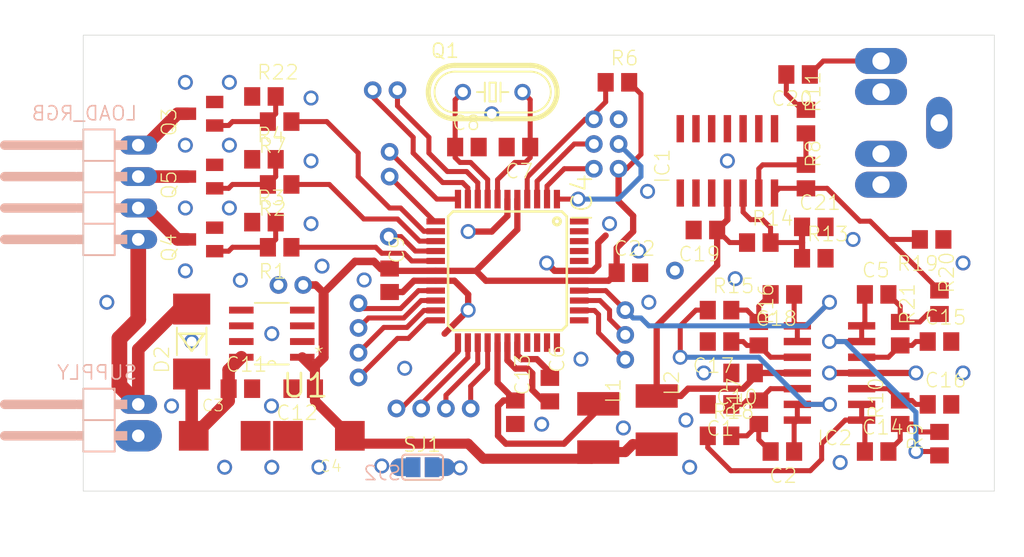
<source format=kicad_pcb>
(kicad_pcb (version 20211014) (generator pcbnew)
  (layers (0 "F.Cu" signal) (31 "B.Cu" signal) (34 "B.Paste" user) (35 "F.Paste" user) (36 "B.SilkS" user "B.Silkscreen") (37 "F.SilkS" user "F.Silkscreen") (38 "B.Mask" user) (39 "F.Mask" user) (44 "Edge.Cuts" user))
  (net 0 "")
  (net 1 "GND")
  (net 2 "+5V")
  (net 3 "PWM_LED_R")
  (net 4 "N$6")
  (net 5 "N$2")
  (net 6 "N$3")
  (net 7 "PWM_LED_B")
  (net 8 "RXD")
  (net 9 "TXD")
  (net 10 "PWM_LED_G")
  (net 11 "XTAL1")
  (net 12 "XTAL2")
  (net 13 "N$5")
  (net 14 "N$9")
  (net 15 "R-")
  (net 16 "G-")
  (net 17 "B-")
  (net 18 "VCC_IN")
  (net 19 "N$4")
  (net 20 "RESET")
  (net 21 "AGND")
  (net 22 "ADC0")
  (net 23 "AREF")
  (net 24 "AVCC")
  (net 25 "N$13")
  (net 26 "N$12")
  (net 27 "N$19")
  (net 28 "N$15")
  (net 29 "N$16")
  (net 30 "N$17")
  (net 31 "N$8")
  (net 32 "N$20")
  (net 33 "N$7")
  (net 34 "N$11")
  (net 35 "N$21")
  (net 36 "N$14")
  (net 37 "N$18")
  (net 38 "N$22")
  (net 39 "N$23")
  (net 40 "N$1")
  (net 41 "N$24")
  (net 42 "N$10")
  (net 43 "PD3")
  (net 44 "PD2")
  (net 45 "N$29")
  (net 46 "N$30")
  (net 47 "N$33")
  (net 48 "N$34")
  (net 49 "N$25")
  (net 50 "N$26")
  (net 51 "N$27")
  (net 52 "N$28")
  (net 53 "ADC3")
  (net 54 "ADC4")
  (net 55 "N$35")
  (net 56 "ADC1")
  (net 57 "ADC2")
  (footprint "LedController2:R0805" (layer "F.Cu") (at 166.2861 110.7058 -90)
    (fp_text reference "R16")
    (fp_text value "412")
  )
  (footprint "LedController2:R0805" (layer "F.Cu") (at 177.7161 110.7058 -90)
    (fp_text reference "R21")
    (fp_text value "43.2k")
  )
  (footprint "LedController2:C0805" (layer "F.Cu") (at 163.1111 111.3408 180)
    (fp_text reference "C17")
    (fp_text value "2.2n")
  )
  (footprint "LedController2:C0805" (layer "F.Cu") (at 136.4411 106.3878 -90)
    (fp_text reference "C9")
    (fp_text value "100n")
  )
  (footprint "LedController2:R0805" (layer "F.Cu") (at 163.1111 108.8008)
    (fp_text reference "R15")
    (fp_text value "301")
  )
  (footprint "LedController2:1X4" (layer "F.Cu") (at 142.9943 116.751 180)
    (fp_text reference "U$2" hide)
    (fp_text value "1X4" hide)
  )
  (footprint "LedController2:HC49_S" (layer "F.Cu") (at 144.7723 91.1732)
    (fp_text reference "Q1")
    (fp_text value "14.7456M-HC49-S")
  )
  (footprint "LedController2:C0805" (layer "F.Cu") (at 129.4561 115.1508 180)
    (fp_text reference "C12")
    (fp_text value "100n")
  )
  (footprint "" (layer "F.Cu") (at 160.5711 89.1158)
    (fp_text reference "@HOLE1" hide)
    (fp_text value "")
  )
  (footprint "LedController2:C0805" (layer "F.Cu") (at 165.0161 113.8808 180)
    (fp_text reference "C10")
    (fp_text value "100n")
  )
  (footprint "LedController2:R0805" (layer "F.Cu") (at 180.8911 119.5958 90)
    (fp_text reference "R9")
    (fp_text value "2.74k")
  )
  (footprint "LedController2:SO14" (layer "F.Cu") (at 163.7461 96.7358)
    (fp_text reference "IC1")
    (fp_text value "LM324D")
  )
  (footprint "LedController2:R0805" (layer "F.Cu") (at 170.0961 93.5608 -90)
    (fp_text reference "R11")
    (fp_text value "10k")
  )
  (footprint "LedController2:1X2" (layer "F.Cu") (at 129.4561 106.7688 180)
    (fp_text reference "INNER_SUPPLY" hide)
    (fp_text value "1X2" hide)
  )
  (footprint "LedController2:C0805" (layer "F.Cu") (at 142.6895 95.6182)
    (fp_text reference "C8")
    (fp_text value "15p")
  )
  (footprint "LedController2:L1812" (layer "F.Cu") (at 158.0311 117.6908 -90)
    (fp_text reference "L2")
    (fp_text value "10u")
  )
  (footprint "LedController2:R0805" (layer "F.Cu") (at 170.0961 98.0058 -90)
    (fp_text reference "R8")
    (fp_text value "100k")
  )
  (footprint "LedController2:R0805" (layer "F.Cu") (at 154.8561 90.3858)
    (fp_text reference "R6")
    (fp_text value "10k")
  )
  (footprint "LedController2:C0805" (layer "F.Cu") (at 149.3951 115.227 -90)
    (fp_text reference "C6")
    (fp_text value "100n")
  )
  (footprint "LedController2:R0805" (layer "F.Cu") (at 127.5511 103.7208 180)
    (fp_text reference "R1")
    (fp_text value "0")
  )
  (footprint "LedController2:R0805" (layer "F.Cu") (at 126.2811 96.6088)
    (fp_text reference "R4")
    (fp_text value "28k")
  )
  (footprint "LedController2:SMC_C" (layer "F.Cu") (at 123.1061 118.9608)
    (fp_text reference "C3")
    (fp_text value "10u")
  )
  (footprint "LedController2:R0805" (layer "F.Cu") (at 127.5511 98.6408 180)
    (fp_text reference "R2")
    (fp_text value "0")
  )
  (footprint "LedController2:R0805" (layer "F.Cu") (at 127.5511 93.5608 180)
    (fp_text reference "R7")
    (fp_text value "0")
  )
  (footprint "LedController2:C0805" (layer "F.Cu") (at 180.8911 116.4208)
    (fp_text reference "C16")
    (fp_text value "2.2n")
  )
  (footprint "LedController2:SO14" (layer "F.Cu") (at 172.0011 113.8808 90)
    (fp_text reference "IC2")
    (fp_text value "LM324D")
  )
  (footprint "LedController2:C0805" (layer "F.Cu") (at 169.4611 89.7508 180)
    (fp_text reference "C20")
    (fp_text value "10u")
  )
  (footprint "LedController2:R0805" (layer "F.Cu") (at 163.1111 118.9608)
    (fp_text reference "R18")
    (fp_text value "909")
  )
  (footprint "LedController2:C0805" (layer "F.Cu") (at 180.8911 111.3408)
    (fp_text reference "C15")
    (fp_text value "2.2n")
  )
  (footprint "LedController2:C0805" (layer "F.Cu") (at 175.8111 107.5308)
    (fp_text reference "C5")
    (fp_text value "10n")
  )
  (footprint "LedController2:C0805" (layer "F.Cu") (at 155.7451 105.7782)
    (fp_text reference "C22")
    (fp_text value "100n")
  )
  (footprint "LedController2:C0805" (layer "F.Cu") (at 146.8551 95.6182 180)
    (fp_text reference "C7")
    (fp_text value "15p")
  )
  (footprint "LedController2:R0805" (layer "F.Cu") (at 177.7161 117.0558 90)
    (fp_text reference "R10")
    (fp_text value "6.49k")
  )
  (footprint "LedController2:R0805" (layer "F.Cu") (at 180.2561 103.0858 180)
    (fp_text reference "R19")
    (fp_text value "6.49k")
  )
  (footprint "LedController2:C0805" (layer "F.Cu") (at 146.6011 117.0558 -90)
    (fp_text reference "C13")
    (fp_text value "100n")
  )
  (footprint "LedController2:1X1" (layer "F.Cu") (at 159.5043 105.6004)
    (fp_text reference "AUDIO_GND" hide)
    (fp_text value "1X1" hide)
  )
  (footprint "LedController2:C0805" (layer "F.Cu") (at 175.8111 120.2308)
    (fp_text reference "C14")
    (fp_text value "100n")
  )
  (footprint "LedController2:SJ" (layer "F.Cu") (at 139.1081 121.5008)
    (fp_text reference "SJ1")
    (fp_text value "")
  )
  (footprint "LedController2:C0805" (layer "F.Cu") (at 124.3761 115.1508)
    (fp_text reference "C11")
    (fp_text value "100n")
  )
  (footprint "LedController2:R0805" (layer "F.Cu") (at 170.7311 104.6098)
    (fp_text reference "R13")
    (fp_text value "100k")
  )
  (footprint "LedController2:SMC_C" (layer "F.Cu") (at 130.7261 118.9608 180)
    (fp_text reference "C4")
    (fp_text value "10u")
  )
  (footprint "LedController2:R0805" (layer "F.Cu") (at 126.2811 91.5288)
    (fp_text reference "R22")
    (fp_text value "28k")
  )
  (footprint "LedController2:1X3" (layer "F.Cu") (at 155.4911 108.8008 -90)
    (fp_text reference "AUDIO" hide)
    (fp_text value "1X3" hide)
  )
  (footprint "LedController2:1X2" (layer "F.Cu") (at 137.0761 91.0208 180)
    (fp_text reference "SERIAL" hide)
    (fp_text value "1X2" hide)
  )
  (footprint "LedController2:1X2" (layer "F.Cu") (at 136.4411 98.0058 90)
    (fp_text reference "SERIAL1" hide)
    (fp_text value "1X2" hide)
  )
  (footprint "LedController2:JACK35" (layer "F.Cu") (at 176.1667 93.6624 180)
    (fp_text reference "U$6" hide)
    (fp_text value "JACK35" hide)
  )
  (footprint "LedController2:SOT23" (layer "F.Cu") (at 121.2011 98.0058 90)
    (fp_text reference "Q5")
    (fp_text value "IRLML6344")
  )
  (footprint "" (layer "F.Cu") (at 114.2161 89.1158)
    (fp_text reference "@HOLE0" hide)
    (fp_text value "")
  )
  (footprint "LedController2:SOIC127P600X175-8N" (layer "F.Cu") (at 126.9161 110.7058 180)
    (fp_text reference "U1")
    (fp_text value "L78L05ABD")
  )
  (footprint "LedController2:R0805" (layer "F.Cu") (at 166.2861 117.0558 90)
    (fp_text reference "R17")
    (fp_text value "1.91k")
  )
  (footprint "LedController2:MELF-MLL41" (layer "F.Cu") (at 120.4391 111.3408 90)
    (fp_text reference "D2")
    (fp_text value "SM4004")
  )
  (footprint "LedController2:C0805" (layer "F.Cu") (at 168.1911 107.5308 180)
    (fp_text reference "C18")
    (fp_text value "4.7u")
  )
  (footprint "LedController2:C0805" (layer "F.Cu") (at 170.7311 102.0698)
    (fp_text reference "C21")
    (fp_text value "10u")
  )
  (footprint "LedController2:L1812" (layer "F.Cu") (at 153.3067 118.3258 -90)
    (fp_text reference "L1")
    (fp_text value "10u")
  )
  (footprint "LedController2:SOT23" (layer "F.Cu") (at 121.2011 103.0858 90)
    (fp_text reference "Q4")
    (fp_text value "IRLML6344")
  )
  (footprint "LedController2:C0805" (layer "F.Cu") (at 163.1111 116.4208 180)
    (fp_text reference "C1")
    (fp_text value "2.2n")
  )
  (footprint "LedController2:1X1" (layer "F.Cu") (at 136.3649 102.8572)
    (fp_text reference "U$4" hide)
    (fp_text value "1X1" hide)
  )
  (footprint "LedController2:R0805" (layer "F.Cu") (at 126.2811 101.6888)
    (fp_text reference "R3")
    (fp_text value "28k")
  )
  (footprint "LedController2:R0805" (layer "F.Cu") (at 166.2861 103.3398)
    (fp_text reference "R14")
    (fp_text value "100k")
  )
  (footprint "LedController2:SOT23" (layer "F.Cu") (at 121.2011 92.9258 90)
    (fp_text reference "Q3")
    (fp_text value "IRLML6344")
  )
  (footprint "LedController2:1X4" (layer "F.Cu") (at 133.9265 108.242 -90)
    (fp_text reference "U$1" hide)
    (fp_text value "1X4" hide)
  )
  (footprint "LedController2:C0805" (layer "F.Cu") (at 161.9681 102.3238 180)
    (fp_text reference "C19")
    (fp_text value "100n")
  )
  (footprint "LedController2:R0805" (layer "F.Cu") (at 180.8911 108.1658 -90)
    (fp_text reference "R20")
    (fp_text value "26.1k")
  )
  (footprint "LedController2:C0805" (layer "F.Cu") (at 168.1911 120.2308 180)
    (fp_text reference "C2")
    (fp_text value "0.47u")
  )
  (footprint "LedController2:TQFP44" (layer "F.Cu") (at 145.9661 105.6258 -90)
    (fp_text reference "IC4")
    (fp_text value "MEGA32-A")
  )
  (footprint "LedController2:1X02_90" (layer "B.Cu") (at 112.3111 117.6908 -90)
    (fp_text reference "SUPPLY")
    (fp_text value "")
  )
  (footprint "LedController2:2X3" (layer "B.Cu") (at 152.9511 97.3708 90)
    (fp_text reference "U$5" hide)
    (fp_text value "2X3" hide)
  )
  (footprint "LedController2:1X04_90" (layer "B.Cu") (at 112.3111 99.2758 -90)
    (fp_text reference "LOAD_RGB")
    (fp_text value "")
  )
  (footprint "LedController2:SJ" (layer "B.Cu") (at 139.1081 121.5008)
    (fp_text reference "SJ2")
    (fp_text value "")
  )
  (gr_line (start 111.6761 123.4314) (end 185.3261 123.4314) (layer "Edge.Cuts") (width 0.05))
  (gr_line (start 185.3261 86.5758) (end 111.6761 86.5758) (layer "Edge.Cuts") (width 0.05))
  (gr_line (start 185.3261 123.4314) (end 185.3261 86.5758) (layer "Edge.Cuts") (width 0.05))
  (gr_line (start 111.6761 86.5758) (end 111.6761 123.4314) (layer "Edge.Cuts") (width 0.05))
  (segment (start 138.4097 106.4258) (end 137.4977 107.3378) (width 0.508) (layer "F.Cu") (net 1))
  (segment (start 153.9011 102.7708) (end 153.3067 103.3652) (width 0.508) (layer "F.Cu") (net 1))
  (segment (start 145.9661 99.8258) (end 145.9661 101.1808) (width 0.508) (layer "F.Cu") (net 1))
  (segment (start 151.7661 105.6258) (end 152.8749 105.6258) (width 0.508) (layer "F.Cu") (net 1))
  (segment (start 115.4861 118.9608) (end 116.7561 118.9608) (width 2.54) (layer "F.Cu") (net 1))
  (segment (start 152.8749 105.6258) (end 153.3067 105.194) (width 0.508) (layer "F.Cu") (net 1))
  (segment (start 144.6961 102.4508) (end 142.7911 102.4508) (width 0.508) (layer "F.Cu") (net 1))
  (segment (start 142.7911 108.8008) (end 142.7911 107.5308) (width 0.508) (layer "F.Cu") (net 1))
  (segment (start 140.1661 106.4258) (end 138.4097 106.4258) (width 0.508) (layer "F.Cu") (net 1))
  (segment (start 153.3067 105.194) (end 153.3067 103.3652) (width 0.508) (layer "F.Cu") (net 1))
  (segment (start 142.7911 108.8008) (end 140.8861 110.7058) (width 0.508) (layer "F.Cu") (net 1))
  (segment (start 149.7761 105.6258) (end 149.1411 104.9908) (width 0.508) (layer "F.Cu") (net 1))
  (segment (start 145.9661 101.1808) (end 144.6961 102.4508) (width 0.508) (layer "F.Cu") (net 1))
  (segment (start 140.1661 106.4258) (end 141.6861 106.4258) (width 0.508) (layer "F.Cu") (net 1))
  (segment (start 136.4411 107.3378) (end 137.4977 107.3378) (width 0.508) (layer "F.Cu") (net 1))
  (segment (start 137.2031 121.5008) (end 137.9651 121.5008) (width 1.4224) (layer "F.Cu") (net 1))
  (segment (start 142.7911 107.5308) (end 141.6861 106.4258) (width 0.508) (layer "F.Cu") (net 1))
  (segment (start 151.7661 105.6258) (end 149.7761 105.6258) (width 0.508) (layer "F.Cu") (net 1))
  (via (at 119.9311 100.5458) (size 1.2064) (drill 0.8) (layers "F.Cu" "B.Cu") (net 1))
  (via (at 124.3761 106.3878) (size 1.2064) (drill 0.8) (layers "F.Cu" "B.Cu") (net 1))
  (via (at 123.4871 95.4658) (size 1.2064) (drill 0.8) (layers "F.Cu" "B.Cu") (net 1))
  (via (at 113.5811 108.1658) (size 1.2064) (drill 0.8) (layers "F.Cu" "B.Cu") (net 1))
  (via (at 118.8135 116.5478) (size 1.2064) (drill 0.8) (layers "F.Cu" "B.Cu") (net 1))
  (via (at 119.9311 105.6258) (size 1.2064) (drill 0.8) (layers "F.Cu" "B.Cu") (net 1))
  (via (at 126.9161 110.7058) (size 1.2064) (drill 0.8) (layers "F.Cu" "B.Cu") (net 1))
  (via (at 130.0911 91.6558) (size 1.2064) (drill 0.8) (layers "F.Cu" "B.Cu") (net 1))
  (via (at 130.9801 105.2448) (size 1.2064) (drill 0.8) (layers "F.Cu" "B.Cu") (net 1))
  (via (at 149.1411 104.9908) (size 1.2064) (drill 0.8) (layers "F.Cu" "B.Cu") (net 1))
  (via (at 130.0911 96.7358) (size 1.2064) (drill 0.8) (layers "F.Cu" "B.Cu") (net 1))
  (via (at 142.7911 108.8008) (size 1.2064) (drill 0.8) (layers "F.Cu" "B.Cu") (net 1))
  (via (at 142.7911 102.4508) (size 1.2064) (drill 0.8) (layers "F.Cu" "B.Cu") (net 1))
  (via (at 119.9311 95.4658) (size 1.2064) (drill 0.8) (layers "F.Cu" "B.Cu") (net 1))
  (via (at 137.6603 113.4998) (size 1.2064) (drill 0.8) (layers "F.Cu" "B.Cu") (net 1))
  (via (at 120.4391 111.3408) (size 1.2064) (drill 0.8) (layers "F.Cu" "B.Cu") (net 1))
  (via (at 130.7261 121.5008) (size 1.2064) (drill 0.8) (layers "F.Cu" "B.Cu") (net 1))
  (via (at 123.1061 121.5008) (size 1.2064) (drill 0.8) (layers "F.Cu" "B.Cu") (net 1))
  (via (at 154.2211 101.8158) (size 1.2064) (drill 0.8) (layers "F.Cu" "B.Cu") (net 1))
  (via (at 126.9161 121.5008) (size 1.2064) (drill 0.8) (layers "F.Cu" "B.Cu") (net 1))
  (via (at 126.8907 116.5478) (size 1.2064) (drill 0.8) (layers "F.Cu" "B.Cu") (net 1))
  (via (at 156.5833 104.0256) (size 1.2064) (drill 0.8) (layers "F.Cu" "B.Cu") (net 1))
  (via (at 157.2945 99.1996) (size 1.2064) (drill 0.8) (layers "F.Cu" "B.Cu") (net 1))
  (via (at 123.4871 100.5458) (size 1.2064) (drill 0.8) (layers "F.Cu" "B.Cu") (net 1))
  (via (at 134.3837 106.3624) (size 1.2064) (drill 0.8) (layers "F.Cu" "B.Cu") (net 1))
  (via (at 135.8061 121.3992) (size 1.2064) (drill 0.8) (layers "F.Cu" "B.Cu") (net 1))
  (via (at 119.9311 90.3858) (size 1.2064) (drill 0.8) (layers "F.Cu" "B.Cu") (net 1))
  (via (at 130.0911 101.8158) (size 1.2064) (drill 0.8) (layers "F.Cu" "B.Cu") (net 1))
  (via (at 123.4871 90.3858) (size 1.2064) (drill 0.8) (layers "F.Cu" "B.Cu") (net 1))
  (via (at 144.6961 92.9258) (size 1.2064) (drill 0.8) (layers "F.Cu" "B.Cu") (net 1))
  (segment (start 137.2031 121.5008) (end 137.9651 121.5008) (width 1.4224) (layer "B.Cu") (net 1))
  (segment (start 115.4861 118.9608) (end 116.7561 118.9608) (width 2.54) (layer "B.Cu") (net 1))
  (segment (start 130.4061 113.637) (end 130.4061 113.3118) (width 0.8128) (layer "F.Cu") (net 2))
  (segment (start 143.4261 105.6258) (end 146.7661 102.2858) (width 0.508) (layer "F.Cu") (net 2))
  (segment (start 154.9511 100.0058) (end 156.1261 101.1808) (width 0.508) (layer "F.Cu") (net 2))
  (segment (start 156.7611 91.3408) (end 155.8061 90.3858) (width 0.4064) (layer "F.Cu") (net 2))
  (segment (start 130.4061 113.637) (end 129.3799 112.6108) (width 0.8128) (layer "F.Cu") (net 2))
  (segment (start 155.5955 97.3708) (end 156.7611 96.2052) (width 0.4064) (layer "F.Cu") (net 2))
  (segment (start 154.1475 106.4258) (end 154.7951 105.7782) (width 0.508) (layer "F.Cu") (net 2))
  (segment (start 133.6471 104.8638) (end 135.1711 104.8638) (width 0.6096) (layer "F.Cu") (net 2))
  (segment (start 144.2261 106.4258) (end 143.4261 105.6258) (width 0.508) (layer "F.Cu") (net 2))
  (segment (start 131.1071 107.4038) (end 133.6471 104.8638) (width 0.6096) (layer "F.Cu") (net 2))
  (segment (start 130.4061 115.1508) (end 130.4061 116.1408) (width 0.8128) (layer "F.Cu") (net 2))
  (segment (start 130.4061 113.3118) (end 131.1071 112.6108) (width 0.8128) (layer "F.Cu") (net 2))
  (segment (start 151.7661 106.4258) (end 154.1475 106.4258) (width 0.508) (layer "F.Cu") (net 2))
  (segment (start 155.4911 120.2758) (end 156.1261 119.6408) (width 0.8128) (layer "F.Cu") (net 2))
  (segment (start 136.4411 105.4378) (end 135.7451 105.4378) (width 0.6096) (layer "F.Cu") (net 2))
  (segment (start 130.4061 115.1508) (end 130.4061 113.637) (width 0.8128) (layer "F.Cu") (net 2))
  (segment (start 154.7951 105.7782) (end 154.7951 103.7818) (width 0.508) (layer "F.Cu") (net 2))
  (segment (start 158.0311 119.6408) (end 156.1261 119.6408) (width 0.8128) (layer "F.Cu") (net 2))
  (segment (start 136.4411 105.4378) (end 136.1261 105.4378) (width 0.6096) (layer "F.Cu") (net 2))
  (segment (start 136.6291 105.6258) (end 136.4411 105.4378) (width 0.508) (layer "F.Cu") (net 2))
  (segment (start 154.9511 97.3708) (end 155.5955 97.3708) (width 0.4064) (layer "F.Cu") (net 2))
  (segment (start 129.4561 106.7688) (end 130.4721 106.7688) (width 0.6096) (layer "F.Cu") (net 2))
  (segment (start 144.0103 120.815) (end 142.7911 119.5958) (width 0.8128) (layer "F.Cu") (net 2))
  (segment (start 156.7611 91.3408) (end 156.7611 96.2052) (width 0.4064) (layer "F.Cu") (net 2))
  (segment (start 156.1261 119.6408) (end 156.0811 119.6408) (width 0.8128) (layer "F.Cu") (net 2))
  (segment (start 142.7911 119.5958) (end 133.8611 119.5958) (width 0.8128) (layer "F.Cu") (net 2))
  (segment (start 140.1661 105.6258) (end 143.4261 105.6258) (width 0.508) (layer "F.Cu") (net 2))
  (segment (start 146.7661 99.8258) (end 146.7661 102.2858) (width 0.508) (layer "F.Cu") (net 2))
  (segment (start 151.7661 106.4258) (end 144.2261 106.4258) (width 0.508) (layer "F.Cu") (net 2))
  (segment (start 152.7675 120.815) (end 153.3067 120.2758) (width 0.8128) (layer "F.Cu") (net 2))
  (segment (start 156.1261 101.1808) (end 156.1261 102.4508) (width 0.508) (layer "F.Cu") (net 2))
  (segment (start 131.1071 107.5308) (end 131.1071 107.4038) (width 0.6096) (layer "F.Cu") (net 2))
  (segment (start 156.0811 119.6408) (end 155.4911 120.2308) (width 0.8128) (layer "F.Cu") (net 2))
  (segment (start 154.9511 97.3708) (end 154.9511 100.0058) (width 0.508) (layer "F.Cu") (net 2))
  (segment (start 144.0103 120.815) (end 152.7675 120.815) (width 0.8128) (layer "F.Cu") (net 2))
  (segment (start 140.1661 105.6258) (end 136.6291 105.6258) (width 0.508) (layer "F.Cu") (net 2))
  (segment (start 130.4721 106.7688) (end 131.1071 107.4038) (width 0.6096) (layer "F.Cu") (net 2))
  (segment (start 133.8611 119.5958) (end 133.2261 118.9608) (width 0.8128) (layer "F.Cu") (net 2))
  (segment (start 153.3067 120.2758) (end 155.4911 120.2758) (width 0.8128) (layer "F.Cu") (net 2))
  (segment (start 135.1711 104.8638) (end 135.7451 105.4378) (width 0.6096) (layer "F.Cu") (net 2))
  (segment (start 130.4061 116.1408) (end 133.2261 118.9608) (width 0.8128) (layer "F.Cu") (net 2))
  (segment (start 156.1261 102.4508) (end 154.7951 103.7818) (width 0.508) (layer "F.Cu") (net 2))
  (segment (start 131.1071 112.6108) (end 131.1071 107.5308) (width 0.8128) (layer "F.Cu") (net 2))
  (segment (start 133.9011 98.0058) (end 133.9011 96.1008) (width 0.4064) (layer "F.Cu") (net 3))
  (segment (start 133.9011 96.1008) (end 131.3611 93.5608) (width 0.4064) (layer "F.Cu") (net 3))
  (segment (start 140.1661 102.4258) (end 139.2101 102.4258) (width 0.4064) (layer "F.Cu") (net 3))
  (segment (start 137.3301 100.5458) (end 136.4411 100.5458) (width 0.4064) (layer "F.Cu") (net 3))
  (segment (start 131.3611 93.5608) (end 128.5011 93.5608) (width 0.4064) (layer "F.Cu") (net 3))
  (segment (start 136.4411 100.5458) (end 133.9011 98.0058) (width 0.4064) (layer "F.Cu") (net 3))
  (segment (start 139.2101 102.4258) (end 137.3301 100.5458) (width 0.4064) (layer "F.Cu") (net 3))
  (segment (start 120.4391 113.9658) (end 120.4391 118.7938) (width 1.016) (layer "F.Cu") (net 4))
  (segment (start 123.4261 115.1508) (end 123.4261 116.1408) (width 1.016) (layer "F.Cu") (net 4))
  (segment (start 120.4391 118.7938) (end 120.6061 118.9608) (width 0.8128) (layer "F.Cu") (net 4))
  (segment (start 123.4261 116.1408) (end 120.6061 118.9608) (width 1.016) (layer "F.Cu") (net 4))
  (segment (start 123.4261 115.1508) (end 123.4261 113.637) (width 1.016) (layer "F.Cu") (net 4))
  (segment (start 123.4261 113.637) (end 124.4523 112.6108) (width 1.016) (layer "F.Cu") (net 4))
  (segment (start 122.3011 93.8758) (end 123.4261 93.8758) (width 0.4064) (layer "F.Cu") (net 5))
  (segment (start 123.4261 93.8758) (end 123.7411 93.5608) (width 0.4064) (layer "F.Cu") (net 5))
  (segment (start 127.2311 92.9308) (end 126.6011 93.5608) (width 0.4064) (layer "F.Cu") (net 5))
  (segment (start 126.6011 93.5608) (end 123.7411 93.5608) (width 0.4064) (layer "F.Cu") (net 5))
  (segment (start 127.2311 91.5288) (end 127.2311 92.9308) (width 0.4064) (layer "F.Cu") (net 5))
  (segment (start 148.3661 99.8258) (end 148.3661 98.3744) (width 0.4064) (layer "F.Cu") (net 6))
  (segment (start 150.9953 95.7452) (end 150.5254 96.2151) (width 0.4064) (layer "F.Cu") (net 6))
  (segment (start 151.3697 95.3708) (end 150.9953 95.7452) (width 0.4064) (layer "F.Cu") (net 6))
  (segment (start 152.9511 95.3708) (end 151.3697 95.3708) (width 0.4064) (layer "F.Cu") (net 6))
  (segment (start 150.5254 96.2151) (end 148.3661 98.3744) (width 0.4064) (layer "F.Cu") (net 6))
  (segment (start 138.8671 103.2258) (end 137.0761 101.4348) (width 0.4064) (layer "F.Cu") (net 7))
  (segment (start 131.5643 98.6408) (end 128.5011 98.6408) (width 0.4064) (layer "F.Cu") (net 7))
  (segment (start 137.0761 101.4348) (end 134.3583 101.4348) (width 0.4064) (layer "F.Cu") (net 7))
  (segment (start 134.3583 101.4348) (end 131.5643 98.6408) (width 0.4064) (layer "F.Cu") (net 7))
  (segment (start 140.1661 103.2258) (end 138.8671 103.2258) (width 0.4064) (layer "F.Cu") (net 7))
  (segment (start 143.5661 98.5014) (end 142.6641 97.5994) (width 0.4064) (layer "F.Cu") (net 8))
  (segment (start 139.6161 94.8308) (end 139.6161 96.1008) (width 0.4064) (layer "F.Cu") (net 8))
  (segment (start 141.1147 97.5994) (end 139.6161 96.1008) (width 0.4064) (layer "F.Cu") (net 8))
  (segment (start 142.6641 97.5994) (end 141.1147 97.5994) (width 0.4064) (layer "F.Cu") (net 8))
  (segment (start 137.0761 92.2908) (end 139.6161 94.8308) (width 0.4064) (layer "F.Cu") (net 8))
  (segment (start 143.5661 99.8258) (end 143.5661 98.5014) (width 0.4064) (layer "F.Cu") (net 8))
  (segment (start 137.0761 91.0208) (end 137.0761 92.2908) (width 0.4064) (layer "F.Cu") (net 8))
  (segment (start 135.1711 91.6558) (end 135.1711 91.1158) (width 0.4064) (layer "F.Cu") (net 9))
  (segment (start 135.1711 91.1158) (end 135.0761 91.0208) (width 0.4064) (layer "F.Cu") (net 9))
  (segment (start 142.7661 98.9206) (end 142.3339 98.4884) (width 0.4064) (layer "F.Cu") (net 9))
  (segment (start 142.7661 99.8258) (end 142.7661 98.9206) (width 0.4064) (layer "F.Cu") (net 9))
  (segment (start 138.3461 96.1008) (end 138.3461 94.8308) (width 0.4064) (layer "F.Cu") (net 9))
  (segment (start 142.3339 98.4884) (end 140.7337 98.4884) (width 0.4064) (layer "F.Cu") (net 9))
  (segment (start 140.7337 98.4884) (end 138.3461 96.1008) (width 0.4064) (layer "F.Cu") (net 9))
  (segment (start 138.3461 94.8308) (end 135.1711 91.6558) (width 0.4064) (layer "F.Cu") (net 9))
  (segment (start 128.5011 103.7208) (end 135.3235 103.7208) (width 0.4064) (layer "F.Cu") (net 10))
  (segment (start 140.1661 104.8258) (end 138.2319 104.8258) (width 0.4064) (layer "F.Cu") (net 10))
  (segment (start 135.8061 104.2034) (end 135.3235 103.7208) (width 0.4064) (layer "F.Cu") (net 10))
  (segment (start 137.6095 104.2034) (end 135.8061 104.2034) (width 0.4064) (layer "F.Cu") (net 10))
  (segment (start 138.2319 104.8258) (end 137.6095 104.2034) (width 0.4064) (layer "F.Cu") (net 10))
  (segment (start 142.9841 96.8628) (end 144.3661 98.2448) (width 0.4064) (layer "F.Cu") (net 11))
  (segment (start 144.3661 99.8258) (end 144.3661 98.2448) (width 0.4064) (layer "F.Cu") (net 11))
  (segment (start 141.7395 96.4716) (end 142.1307 96.8628) (width 0.4064) (layer "F.Cu") (net 11))
  (segment (start 141.7395 95.6182) (end 141.7395 96.4716) (width 0.4064) (layer "F.Cu") (net 11))
  (segment (start 142.1307 96.8628) (end 142.9841 96.8628) (width 0.4064) (layer "F.Cu") (net 11))
  (segment (start 141.7395 91.793) (end 142.3593 91.1732) (width 0.4064) (layer "F.Cu") (net 11))
  (segment (start 141.7395 95.6182) (end 141.7395 91.793) (width 0.4064) (layer "F.Cu") (net 11))
  (segment (start 146.5605 96.8628) (end 145.1661 98.2572) (width 0.4064) (layer "F.Cu") (net 12))
  (segment (start 147.4139 96.8628) (end 146.5605 96.8628) (width 0.4064) (layer "F.Cu") (net 12))
  (segment (start 147.8051 91.793) (end 147.1853 91.1732) (width 0.4064) (layer "F.Cu") (net 12))
  (segment (start 147.8051 95.6182) (end 147.8051 91.793) (width 0.4064) (layer "F.Cu") (net 12))
  (segment (start 145.1661 99.8258) (end 145.1661 98.2572) (width 0.4064) (layer "F.Cu") (net 12))
  (segment (start 147.8051 95.6182) (end 147.8051 96.4716) (width 0.4064) (layer "F.Cu") (net 12))
  (segment (start 147.8051 96.4716) (end 147.4139 96.8628) (width 0.4064) (layer "F.Cu") (net 12))
  (segment (start 122.3011 104.0358) (end 123.4261 104.0358) (width 0.4064) (layer "F.Cu") (net 13))
  (segment (start 123.7411 103.7208) (end 126.6011 103.7208) (width 0.4064) (layer "F.Cu") (net 13))
  (segment (start 127.2311 103.0908) (end 126.6011 103.7208) (width 0.4064) (layer "F.Cu") (net 13))
  (segment (start 127.2311 101.6888) (end 127.2311 103.0908) (width 0.4064) (layer "F.Cu") (net 13))
  (segment (start 123.4261 104.0358) (end 123.7411 103.7208) (width 0.4064) (layer "F.Cu") (net 13))
  (segment (start 123.7411 98.6408) (end 126.6011 98.6408) (width 0.4064) (layer "F.Cu") (net 14))
  (segment (start 123.4261 98.9558) (end 123.7411 98.6408) (width 0.4064) (layer "F.Cu") (net 14))
  (segment (start 127.2311 96.6088) (end 127.2311 98.0108) (width 0.4064) (layer "F.Cu") (net 14))
  (segment (start 122.3011 98.9558) (end 123.4261 98.9558) (width 0.4064) (layer "F.Cu") (net 14))
  (segment (start 127.2311 98.0108) (end 126.6011 98.6408) (width 0.4064) (layer "F.Cu") (net 14))
  (segment (start 116.7561 95.4658) (end 116.1211 95.4658) (width 1.016) (layer "F.Cu") (net 15))
  (segment (start 119.2961 92.9258) (end 116.7561 95.4658) (width 1.016) (layer "F.Cu") (net 15))
  (segment (start 120.1011 92.9258) (end 119.2961 92.9258) (width 1.016) (layer "F.Cu") (net 15))
  (segment (start 120.1011 103.0858) (end 119.2961 103.0858) (width 1.016) (layer "F.Cu") (net 16))
  (segment (start 119.2961 103.0858) (end 116.7561 100.5458) (width 1.016) (layer "F.Cu") (net 16))
  (segment (start 116.7561 100.5458) (end 116.1211 100.5458) (width 1.016) (layer "F.Cu") (net 16))
  (segment (start 120.1011 98.0058) (end 116.1211 98.0058) (width 1.016) (layer "F.Cu") (net 17))
  (segment (start 114.5971 111.0868) (end 114.5971 114.8968) (width 1.27) (layer "F.Cu") (net 18))
  (segment (start 116.1211 109.5628) (end 114.5971 111.0868) (width 1.27) (layer "F.Cu") (net 18))
  (segment (start 120.4391 108.7158) (end 119.3811 108.7158) (width 1.016) (layer "F.Cu") (net 18))
  (segment (start 116.1211 111.9758) (end 116.1211 116.4208) (width 1.016) (layer "F.Cu") (net 18))
  (segment (start 119.3811 108.7158) (end 116.1211 111.9758) (width 1.016) (layer "F.Cu") (net 18))
  (segment (start 114.5971 114.8968) (end 116.1211 116.4208) (width 1.27) (layer "F.Cu") (net 18))
  (segment (start 116.1211 103.0858) (end 116.1211 109.5628) (width 1.27) (layer "F.Cu") (net 18))
  (segment (start 149.1661 98.7682) (end 150.5635 97.3708) (width 0.4064) (layer "F.Cu") (net 19))
  (segment (start 149.1661 99.8258) (end 149.1661 98.7682) (width 0.4064) (layer "F.Cu") (net 19))
  (segment (start 152.9511 97.3708) (end 150.5635 97.3708) (width 0.4064) (layer "F.Cu") (net 19))
  (segment (start 152.9511 93.3708) (end 152.2521 93.3708) (width 0.4064) (layer "F.Cu") (net 20))
  (segment (start 153.9061 90.3858) (end 153.9061 91.9708) (width 0.4064) (layer "F.Cu") (net 20))
  (segment (start 147.5661 99.8258) (end 147.5661 98.0568) (width 0.4064) (layer "F.Cu") (net 20))
  (segment (start 147.5661 98.0568) (end 152.2521 93.3708) (width 0.4064) (layer "F.Cu") (net 20))
  (segment (start 152.9511 92.9258) (end 153.9061 91.9708) (width 0.4064) (layer "F.Cu") (net 20))
  (segment (start 152.9511 93.3708) (end 152.9511 92.9258) (width 0.4064) (layer "F.Cu") (net 20))
  (segment (start 174.6011 113.8808) (end 178.9861 113.8808) (width 0.508) (layer "F.Cu") (net 21))
  (segment (start 145.9661 112.8648) (end 146.6265 113.5252) (width 0.508) (layer "F.Cu") (net 21))
  (segment (start 147.9727 113.9062) (end 147.9727 115.2524) (width 0.508) (layer "F.Cu") (net 21))
  (segment (start 149.3951 116.177) (end 148.8973 116.177) (width 0.508) (layer "F.Cu") (net 21))
  (segment (start 140.2511 121.5008) (end 141.0131 121.5008) (width 1.4224) (layer "F.Cu") (net 21))
  (segment (start 147.5917 113.5252) (end 147.9727 113.9062) (width 0.508) (layer "F.Cu") (net 21))
  (segment (start 146.6265 113.5252) (end 147.5917 113.5252) (width 0.508) (layer "F.Cu") (net 21))
  (segment (start 145.9661 111.4258) (end 145.9661 112.8648) (width 0.508) (layer "F.Cu") (net 21))
  (segment (start 147.9727 115.2524) (end 148.8973 116.177) (width 0.508) (layer "F.Cu") (net 21))
  (segment (start 172.0011 113.8808) (end 174.6011 113.8808) (width 0.508) (layer "F.Cu") (net 21))
  (via (at 160.6981 121.5008) (size 1.2064) (drill 0.8) (layers "F.Cu" "B.Cu") (net 21))
  (via (at 142.1307 121.5516) (size 1.2064) (drill 0.8) (layers "F.Cu" "B.Cu") (net 21))
  (via (at 164.3811 106.2608) (size 1.2064) (drill 0.8) (layers "F.Cu" "B.Cu") (net 21))
  (via (at 161.8411 113.8808) (size 1.2064) (drill 0.8) (layers "F.Cu" "B.Cu") (net 21))
  (via (at 173.9061 103.0858) (size 1.2064) (drill 0.8) (layers "F.Cu" "B.Cu") (net 21))
  (via (at 182.7961 104.9908) (size 1.2064) (drill 0.8) (layers "F.Cu" "B.Cu") (net 21))
  (via (at 155.3387 118.3258) (size 1.2064) (drill 0.8) (layers "F.Cu" "B.Cu") (net 21))
  (via (at 163.7461 96.7358) (size 1.2064) (drill 0.8) (layers "F.Cu" "B.Cu") (net 21))
  (via (at 172.8647 121.1198) (size 1.2064) (drill 0.8) (layers "F.Cu" "B.Cu") (net 21))
  (via (at 151.9097 112.7632) (size 1.2064) (drill 0.8) (layers "F.Cu" "B.Cu") (net 21))
  (via (at 157.3961 108.1658) (size 1.2064) (drill 0.8) (layers "F.Cu" "B.Cu") (net 21))
  (via (at 172.0011 113.8808) (size 1.2064) (drill 0.8) (layers "F.Cu" "B.Cu") (net 21))
  (via (at 160.3933 117.6908) (size 1.2064) (drill 0.8) (layers "F.Cu" "B.Cu") (net 21))
  (via (at 148.7347 118.021) (size 1.2064) (drill 0.8) (layers "F.Cu" "B.Cu") (net 21))
  (via (at 178.9861 113.8808) (size 1.2064) (drill 0.8) (layers "F.Cu" "B.Cu") (net 21))
  (via (at 182.7961 113.8808) (size 1.2064) (drill 0.8) (layers "F.Cu" "B.Cu") (net 21))
  (segment (start 140.2511 121.5008) (end 141.0131 121.5008) (width 1.4224) (layer "B.Cu") (net 21))
  (segment (start 170.0961 110.0708) (end 169.4011 110.0708) (width 0.4064) (layer "F.Cu") (net 22))
  (segment (start 151.7661 107.2258) (end 153.9161 107.2258) (width 0.4064) (layer "F.Cu") (net 22))
  (segment (start 169.1411 109.8108) (end 169.4011 110.0708) (width 0.4064) (layer "F.Cu") (net 22))
  (segment (start 172.0011 108.1658) (end 170.0961 110.0708) (width 0.4064) (layer "F.Cu") (net 22))
  (segment (start 169.1411 107.5308) (end 169.1411 109.8108) (width 0.4064) (layer "F.Cu") (net 22))
  (segment (start 153.9161 107.2258) (end 155.4911 108.8008) (width 0.4064) (layer "F.Cu") (net 22))
  (segment (start 169.4011 111.3408) (end 169.4011 110.0708) (width 0.4064) (layer "F.Cu") (net 22))
  (via (at 172.0011 108.1658) (size 1.2064) (drill 0.8) (layers "F.Cu" "B.Cu") (net 22))
  (segment (start 157.3961 110.0708) (end 170.0961 110.0708) (width 0.4064) (layer "B.Cu") (net 22))
  (segment (start 156.1261 109.4358) (end 156.7611 109.4358) (width 0.4064) (layer "B.Cu") (net 22))
  (segment (start 156.7611 109.4358) (end 157.3961 110.0708) (width 0.4064) (layer "B.Cu") (net 22))
  (segment (start 170.0961 110.0708) (end 172.0011 108.1658) (width 0.4064) (layer "B.Cu") (net 22))
  (segment (start 155.4911 108.8008) (end 156.1261 109.4358) (width 0.4064) (layer "B.Cu") (net 22))
  (segment (start 149.3951 113.8198) (end 148.3385 112.7632) (width 0.508) (layer "F.Cu") (net 23))
  (segment (start 146.7661 112.4456) (end 147.0837 112.7632) (width 0.508) (layer "F.Cu") (net 23))
  (segment (start 149.3951 114.277) (end 149.3951 113.8198) (width 0.508) (layer "F.Cu") (net 23))
  (segment (start 147.0837 112.7632) (end 148.3385 112.7632) (width 0.508) (layer "F.Cu") (net 23))
  (segment (start 146.7661 111.4258) (end 146.7661 112.4456) (width 0.508) (layer "F.Cu") (net 23))
  (segment (start 145.1661 114.6708) (end 146.6011 116.1058) (width 0.508) (layer "F.Cu") (net 24))
  (segment (start 153.3067 116.3758) (end 153.3067 116.8272) (width 0.508) (layer "F.Cu") (net 24))
  (segment (start 150.5381 119.5958) (end 153.3067 116.8272) (width 0.508) (layer "F.Cu") (net 24))
  (segment (start 145.8391 119.5958) (end 145.2041 118.9608) (width 0.508) (layer "F.Cu") (net 24))
  (segment (start 146.6011 116.1058) (end 145.6461 116.1058) (width 0.508) (layer "F.Cu") (net 24))
  (segment (start 145.2041 116.5478) (end 145.6461 116.1058) (width 0.508) (layer "F.Cu") (net 24))
  (segment (start 150.5381 119.5958) (end 145.8391 119.5958) (width 0.508) (layer "F.Cu") (net 24))
  (segment (start 145.2041 118.9608) (end 145.2041 116.5478) (width 0.508) (layer "F.Cu") (net 24))
  (segment (start 145.1661 111.4258) (end 145.1661 114.6708) (width 0.508) (layer "F.Cu") (net 24))
  (segment (start 158.0311 115.7408) (end 159.9811 115.7408) (width 0.508) (layer "F.Cu") (net 25))
  (segment (start 159.9811 115.7408) (end 160.5711 115.1508) (width 0.508) (layer "F.Cu") (net 25))
  (segment (start 158.0311 110.0708) (end 158.0311 115.7408) (width 0.508) (layer "F.Cu") (net 25))
  (segment (start 163.9341 103.3398) (end 162.9181 102.3238) (width 0.4064) (layer "F.Cu") (net 25))
  (segment (start 165.9661 113.8808) (end 165.9661 114.2008) (width 0.508) (layer "F.Cu") (net 25))
  (segment (start 162.9181 105.1838) (end 158.0311 110.0708) (width 0.508) (layer "F.Cu") (net 25))
  (segment (start 163.7461 101.4958) (end 162.9181 102.3238) (width 0.508) (layer "F.Cu") (net 25))
  (segment (start 165.3361 103.3398) (end 163.9341 103.3398) (width 0.4064) (layer "F.Cu") (net 25))
  (segment (start 163.7461 99.3358) (end 163.7461 101.4958) (width 0.508) (layer "F.Cu") (net 25))
  (segment (start 165.9661 114.2008) (end 165.0161 115.1508) (width 0.508) (layer "F.Cu") (net 25))
  (segment (start 162.9181 102.3238) (end 162.9181 105.1838) (width 0.508) (layer "F.Cu") (net 25))
  (segment (start 165.9661 113.8808) (end 169.4011 113.8808) (width 0.508) (layer "F.Cu") (net 25))
  (segment (start 165.0161 115.1508) (end 160.5711 115.1508) (width 0.508) (layer "F.Cu") (net 25))
  (segment (start 178.9861 120.2308) (end 180.5761 120.2308) (width 0.4064) (layer "F.Cu") (net 26))
  (segment (start 180.5761 120.2308) (end 180.8911 120.5458) (width 0.4064) (layer "F.Cu") (net 26))
  (segment (start 174.6011 110.0708) (end 174.6011 111.3408) (width 0.4064) (layer "F.Cu") (net 26))
  (segment (start 174.8611 107.5308) (end 174.8611 109.8108) (width 0.4064) (layer "F.Cu") (net 26))
  (segment (start 174.8611 109.8108) (end 174.6011 110.0708) (width 0.4064) (layer "F.Cu") (net 26))
  (segment (start 174.6011 111.3408) (end 172.0011 111.3408) (width 0.4064) (layer "F.Cu") (net 26))
  (via (at 172.0011 111.3408) (size 1.2064) (drill 0.8) (layers "F.Cu" "B.Cu") (net 26))
  (via (at 178.9861 120.2308) (size 1.2064) (drill 0.8) (layers "F.Cu" "B.Cu") (net 26))
  (segment (start 172.0011 111.3408) (end 173.2711 111.3408) (width 0.4064) (layer "B.Cu") (net 26))
  (segment (start 173.2711 111.3408) (end 178.9861 117.0558) (width 0.4064) (layer "B.Cu") (net 26))
  (segment (start 178.9861 120.2308) (end 178.9861 117.0558) (width 0.4064) (layer "B.Cu") (net 26))
  (segment (start 177.7161 109.7558) (end 177.7161 108.4858) (width 0.4064) (layer "F.Cu") (net 27))
  (segment (start 177.7161 108.4858) (end 176.7611 107.5308) (width 0.4064) (layer "F.Cu") (net 27))
  (segment (start 180.8911 109.1158) (end 179.9411 109.1158) (width 0.4064) (layer "F.Cu") (net 27))
  (segment (start 179.3011 109.7558) (end 179.9411 109.1158) (width 0.4064) (layer "F.Cu") (net 27))
  (segment (start 177.7161 109.7558) (end 179.3011 109.7558) (width 0.4064) (layer "F.Cu") (net 27))
  (segment (start 178.6711 111.6558) (end 178.9861 111.3408) (width 0.4064) (layer "F.Cu") (net 28))
  (segment (start 177.7161 111.6558) (end 178.6711 111.6558) (width 0.4064) (layer "F.Cu") (net 28))
  (segment (start 179.9411 111.3408) (end 178.9861 111.3408) (width 0.4064) (layer "F.Cu") (net 28))
  (segment (start 176.7611 112.6108) (end 177.7161 111.6558) (width 0.4064) (layer "F.Cu") (net 28))
  (segment (start 174.6011 112.6108) (end 176.7611 112.6108) (width 0.4064) (layer "F.Cu") (net 28))
  (segment (start 178.6711 116.1058) (end 178.9861 116.4208) (width 0.4064) (layer "F.Cu") (net 29))
  (segment (start 176.7611 115.1508) (end 177.7161 116.1058) (width 0.4064) (layer "F.Cu") (net 29))
  (segment (start 174.6011 115.1508) (end 176.7611 115.1508) (width 0.4064) (layer "F.Cu") (net 29))
  (segment (start 179.9411 116.4208) (end 178.9861 116.4208) (width 0.4064) (layer "F.Cu") (net 29))
  (segment (start 177.7161 116.1058) (end 178.6711 116.1058) (width 0.4064) (layer "F.Cu") (net 29))
  (segment (start 167.2411 112.6108) (end 166.2861 111.6558) (width 0.4064) (layer "F.Cu") (net 30))
  (segment (start 169.4011 112.6108) (end 167.2411 112.6108) (width 0.4064) (layer "F.Cu") (net 30))
  (segment (start 165.3311 111.6558) (end 165.0161 111.3408) (width 0.4064) (layer "F.Cu") (net 30))
  (segment (start 165.0161 111.3408) (end 164.0611 111.3408) (width 0.4064) (layer "F.Cu") (net 30))
  (segment (start 166.2861 111.6558) (end 165.3311 111.6558) (width 0.4064) (layer "F.Cu") (net 30))
  (segment (start 177.7161 118.0058) (end 177.7161 119.2758) (width 0.4064) (layer "F.Cu") (net 31))
  (segment (start 180.8911 118.6458) (end 179.3061 118.6458) (width 0.4064) (layer "F.Cu") (net 31))
  (segment (start 178.6661 118.0058) (end 179.3061 118.6458) (width 0.4064) (layer "F.Cu") (net 31))
  (segment (start 177.7161 118.0058) (end 178.6661 118.0058) (width 0.4064) (layer "F.Cu") (net 31))
  (segment (start 177.7161 119.2758) (end 176.7611 120.2308) (width 0.4064) (layer "F.Cu") (net 31))
  (segment (start 166.2861 109.7558) (end 166.2861 108.4858) (width 0.4064) (layer "F.Cu") (net 32))
  (segment (start 166.2811 109.7508) (end 166.2861 109.7558) (width 0.4064) (layer "F.Cu") (net 32))
  (segment (start 164.0611 108.8008) (end 165.3311 108.8008) (width 0.4064) (layer "F.Cu") (net 32))
  (segment (start 166.2861 108.4858) (end 167.2411 107.5308) (width 0.4064) (layer "F.Cu") (net 32))
  (segment (start 167.2411 107.5308) (end 167.2411 107.8458) (width 0.4064) (layer "F.Cu") (net 32))
  (segment (start 165.3311 108.8008) (end 166.2861 109.7558) (width 0.4064) (layer "F.Cu") (net 32))
  (segment (start 175.2879 101.6126) (end 176.7611 103.0858) (width 0.4064) (layer "F.Cu") (net 33))
  (segment (start 174.4649 101.6126) (end 175.2879 101.6126) (width 0.4064) (layer "F.Cu") (net 33))
  (segment (start 170.3511 99.3358) (end 170.0961 98.9558) (width 0.4064) (layer "F.Cu") (net 33))
  (segment (start 179.3061 103.0858) (end 176.7611 103.0858) (width 0.4064) (layer "F.Cu") (net 33))
  (segment (start 170.0961 98.9558) (end 171.8081 98.9558) (width 0.4064) (layer "F.Cu") (net 33))
  (segment (start 171.8081 98.9558) (end 174.4649 101.6126) (width 0.4064) (layer "F.Cu") (net 33))
  (segment (start 167.9361 98.9558) (end 167.5561 99.3358) (width 0.4064) (layer "F.Cu") (net 33))
  (segment (start 170.0961 98.9558) (end 167.9361 98.9558) (width 0.4064) (layer "F.Cu") (net 33))
  (segment (start 176.7611 103.0858) (end 180.8911 107.2158) (width 0.4064) (layer "F.Cu") (net 33))
  (segment (start 166.6011 97.0558) (end 166.2861 97.3708) (width 0.4064) (layer "F.Cu") (net 34))
  (segment (start 166.2861 97.3708) (end 166.2861 99.3358) (width 0.4064) (layer "F.Cu") (net 34))
  (segment (start 170.0961 97.0558) (end 166.6011 97.0558) (width 0.4064) (layer "F.Cu") (net 34))
  (segment (start 170.0961 94.5108) (end 170.0961 97.0558) (width 0.4064) (layer "F.Cu") (net 34))
  (segment (start 170.4517 121.7802) (end 164.0255 121.7802) (width 0.4064) (layer "F.Cu") (net 35))
  (segment (start 171.3661 119.5958) (end 173.2711 117.6908) (width 0.4064) (layer "F.Cu") (net 35))
  (segment (start 164.0255 121.7802) (end 162.1611 119.9158) (width 0.4064) (layer "F.Cu") (net 35))
  (segment (start 174.8611 120.2308) (end 174.8611 117.9508) (width 0.4064) (layer "F.Cu") (net 35))
  (segment (start 171.3661 120.8658) (end 171.3661 119.5958) (width 0.4064) (layer "F.Cu") (net 35))
  (segment (start 174.6011 116.4208) (end 174.6011 117.6908) (width 0.4064) (layer "F.Cu") (net 35))
  (segment (start 174.8611 117.9508) (end 174.6011 117.6908) (width 0.4064) (layer "F.Cu") (net 35))
  (segment (start 173.2711 117.6908) (end 174.6011 117.6908) (width 0.4064) (layer "F.Cu") (net 35))
  (segment (start 162.1611 118.9608) (end 162.1611 119.9158) (width 0.4064) (layer "F.Cu") (net 35))
  (segment (start 170.4517 121.7802) (end 171.3661 120.8658) (width 0.4064) (layer "F.Cu") (net 35))
  (segment (start 166.5909 101.4856) (end 167.2361 102.1308) (width 0.4064) (layer "F.Cu") (net 36))
  (segment (start 167.2361 103.3398) (end 167.2361 102.1308) (width 0.4064) (layer "F.Cu") (net 36))
  (segment (start 165.6257 101.4856) (end 166.5909 101.4856) (width 0.4064) (layer "F.Cu") (net 36))
  (segment (start 165.0161 100.876) (end 165.6257 101.4856) (width 0.4064) (layer "F.Cu") (net 36))
  (segment (start 165.0161 99.3358) (end 165.0161 100.876) (width 0.4064) (layer "F.Cu") (net 36))
  (segment (start 169.7811 103.3398) (end 169.7811 102.0698) (width 0.508) (layer "F.Cu") (net 36))
  (segment (start 169.7811 104.6098) (end 169.7811 103.3398) (width 0.508) (layer "F.Cu") (net 36))
  (segment (start 169.7811 103.3398) (end 167.2361 103.3398) (width 0.4064) (layer "F.Cu") (net 36))
  (segment (start 169.1411 117.9508) (end 169.4011 117.6908) (width 0.4064) (layer "F.Cu") (net 37))
  (segment (start 159.9361 112.6108) (end 159.9361 110.0708) (width 0.4064) (layer "F.Cu") (net 37))
  (segment (start 169.4011 117.6908) (end 169.4011 116.4208) (width 0.4064) (layer "F.Cu") (net 37))
  (segment (start 161.2061 108.8008) (end 162.1611 108.8008) (width 0.4064) (layer "F.Cu") (net 37))
  (segment (start 169.4011 116.4208) (end 172.0011 116.4208) (width 0.4064) (layer "F.Cu") (net 37))
  (segment (start 159.9361 110.0708) (end 161.2061 108.8008) (width 0.4064) (layer "F.Cu") (net 37))
  (segment (start 169.1411 120.2308) (end 169.1411 117.9508) (width 0.4064) (layer "F.Cu") (net 37))
  (via (at 172.0011 116.4208) (size 1.2064) (drill 0.8) (layers "F.Cu" "B.Cu") (net 37))
  (via (at 159.9361 112.6108) (size 1.2064) (drill 0.8) (layers "F.Cu" "B.Cu") (net 37))
  (segment (start 172.0011 116.4208) (end 170.0961 116.4208) (width 0.4064) (layer "B.Cu") (net 37))
  (segment (start 159.9361 112.6108) (end 166.2861 112.6108) (width 0.4064) (layer "B.Cu") (net 37))
  (segment (start 166.2861 112.6108) (end 170.0961 116.4208) (width 0.4064) (layer "B.Cu") (net 37))
  (segment (start 166.2861 116.1058) (end 165.3311 116.1058) (width 0.4064) (layer "F.Cu") (net 38))
  (segment (start 165.3311 116.1058) (end 165.0161 116.4208) (width 0.4064) (layer "F.Cu") (net 38))
  (segment (start 167.2411 115.1508) (end 166.2861 116.1058) (width 0.4064) (layer "F.Cu") (net 38))
  (segment (start 164.0611 116.4208) (end 165.0161 116.4208) (width 0.4064) (layer "F.Cu") (net 38))
  (segment (start 169.4011 115.1508) (end 167.2411 115.1508) (width 0.4064) (layer "F.Cu") (net 38))
  (segment (start 164.0611 118.9608) (end 165.3311 118.9608) (width 0.4064) (layer "F.Cu") (net 39))
  (segment (start 166.2811 118.0108) (end 166.2861 118.0058) (width 0.4064) (layer "F.Cu") (net 39))
  (segment (start 166.2861 118.0058) (end 166.2861 119.2758) (width 0.4064) (layer "F.Cu") (net 39))
  (segment (start 165.3311 118.9608) (end 166.2861 118.0058) (width 0.4064) (layer "F.Cu") (net 39))
  (segment (start 166.2861 119.2758) (end 167.2411 120.2308) (width 0.4064) (layer "F.Cu") (net 39))
  (segment (start 169.7811 92.6108) (end 168.5111 91.3408) (width 0.4064) (layer "F.Cu") (net 40))
  (segment (start 168.5111 89.7508) (end 168.5111 91.3408) (width 0.4064) (layer "F.Cu") (net 40))
  (segment (start 170.0961 92.6108) (end 169.7811 92.6108) (width 0.4064) (layer "F.Cu") (net 40))
  (segment (start 171.4995 88.6624) (end 170.4111 89.7508) (width 0.4064) (layer "F.Cu") (net 41))
  (segment (start 176.1667 88.6624) (end 171.4995 88.6624) (width 0.4064) (layer "F.Cu") (net 41))
  (segment (start 149.9661 99.8258) (end 151.6811 99.8258) (width 0.4064) (layer "F.Cu") (net 42))
  (via (at 151.6811 99.8258) (size 1.2064) (drill 0.8) (layers "F.Cu" "B.Cu") (net 42))
  (segment (start 156.7611 98.0058) (end 156.7611 97.1808) (width 0.4064) (layer "B.Cu") (net 42))
  (segment (start 156.7611 97.1808) (end 154.9511 95.3708) (width 0.4064) (layer "B.Cu") (net 42))
  (segment (start 154.9411 99.8258) (end 156.7611 98.0058) (width 0.4064) (layer "B.Cu") (net 42))
  (segment (start 151.6811 99.8258) (end 154.9411 99.8258) (width 0.4064) (layer "B.Cu") (net 42))
  (segment (start 140.0611 101.6258) (end 136.4411 98.0058) (width 0.4064) (layer "F.Cu") (net 43))
  (segment (start 140.1661 101.6258) (end 140.0611 101.6258) (width 0.4064) (layer "F.Cu") (net 43))
  (segment (start 141.9661 99.8258) (end 140.2611 99.8258) (width 0.4064) (layer "F.Cu") (net 44))
  (segment (start 140.2611 99.8258) (end 136.4411 96.0058) (width 0.4064) (layer "F.Cu") (net 44))
  (segment (start 137.3809 116.751) (end 141.9661 112.1658) (width 0.4064) (layer "F.Cu") (net 45))
  (segment (start 136.9943 116.751) (end 137.3809 116.751) (width 0.4064) (layer "F.Cu") (net 45))
  (segment (start 141.9661 111.4258) (end 141.9661 112.1658) (width 0.4064) (layer "F.Cu") (net 45))
  (segment (start 142.7661 111.4258) (end 142.7661 112.6358) (width 0.4064) (layer "F.Cu") (net 46))
  (segment (start 138.9943 116.4076) (end 142.7661 112.6358) (width 0.4064) (layer "F.Cu") (net 46))
  (segment (start 138.9943 116.751) (end 138.9943 116.4076) (width 0.4064) (layer "F.Cu") (net 46))
  (segment (start 140.9943 115.6776) (end 143.5661 113.1058) (width 0.4064) (layer "F.Cu") (net 47))
  (segment (start 143.5661 111.4258) (end 143.5661 113.1058) (width 0.4064) (layer "F.Cu") (net 47))
  (segment (start 140.9943 116.751) (end 140.9943 115.6776) (width 0.4064) (layer "F.Cu") (net 47))
  (segment (start 142.9943 114.9476) (end 144.3661 113.5758) (width 0.4064) (layer "F.Cu") (net 48))
  (segment (start 142.9943 116.751) (end 142.9943 114.9476) (width 0.4064) (layer "F.Cu") (net 48))
  (segment (start 144.3661 111.4258) (end 144.3661 113.5758) (width 0.4064) (layer "F.Cu") (net 48))
  (segment (start 137.0817 111.0868) (end 133.9265 114.242) (width 0.4064) (layer "F.Cu") (net 49))
  (segment (start 137.9651 111.0868) (end 137.0817 111.0868) (width 0.4064) (layer "F.Cu") (net 49))
  (segment (start 140.1661 109.6258) (end 139.4261 109.6258) (width 0.4064) (layer "F.Cu") (net 49))
  (segment (start 139.4261 109.6258) (end 137.9651 111.0868) (width 0.4064) (layer "F.Cu") (net 49))
  (segment (start 140.1661 108.8258) (end 139.2101 108.8258) (width 0.4064) (layer "F.Cu") (net 50))
  (segment (start 135.9707 110.1978) (end 133.9265 112.242) (width 0.4064) (layer "F.Cu") (net 50))
  (segment (start 139.2101 108.8258) (end 137.8381 110.1978) (width 0.4064) (layer "F.Cu") (net 50))
  (segment (start 137.8381 110.1978) (end 135.9707 110.1978) (width 0.4064) (layer "F.Cu") (net 50))
  (segment (start 138.9941 108.0258) (end 137.5841 109.4358) (width 0.4064) (layer "F.Cu") (net 51))
  (segment (start 140.1661 108.0258) (end 138.9941 108.0258) (width 0.4064) (layer "F.Cu") (net 51))
  (segment (start 137.5841 109.4358) (end 134.7327 109.4358) (width 0.4064) (layer "F.Cu") (net 51))
  (segment (start 134.7327 109.4358) (end 133.9265 110.242) (width 0.4064) (layer "F.Cu") (net 51))
  (segment (start 134.3583 108.6738) (end 133.9265 108.242) (width 0.4064) (layer "F.Cu") (net 52))
  (segment (start 137.3301 108.6738) (end 138.7781 107.2258) (width 0.4064) (layer "F.Cu") (net 52))
  (segment (start 140.1661 107.2258) (end 138.7781 107.2258) (width 0.4064) (layer "F.Cu") (net 52))
  (segment (start 134.3583 108.6738) (end 137.3301 108.6738) (width 0.4064) (layer "F.Cu") (net 52))
  (segment (start 149.9661 111.4258) (end 149.9661 111.6324) (width 0.4064) (layer "F.Cu") (net 54))
  (segment (start 140.1661 104.0258) (end 138.5241 104.0258) (width 0.4064) (layer "F.Cu") (net 55))
  (segment (start 136.3649 102.8572) (end 137.3555 102.8572) (width 0.4064) (layer "F.Cu") (net 55))
  (segment (start 138.5241 104.0258) (end 137.3555 102.8572) (width 0.4064) (layer "F.Cu") (net 55))
  (segment (start 151.7661 108.0258) (end 153.4461 108.0258) (width 0.4064) (layer "F.Cu") (net 56))
  (segment (start 153.4461 108.0258) (end 154.2211 108.8008) (width 0.4064) (layer "F.Cu") (net 56))
  (segment (start 154.2211 109.5308) (end 155.4911 110.8008) (width 0.4064) (layer "F.Cu") (net 56))
  (segment (start 154.2211 108.8008) (end 154.2211 109.5308) (width 0.4064) (layer "F.Cu") (net 56))
  (segment (start 153.3321 109.1564) (end 153.3321 110.6418) (width 0.4064) (layer "F.Cu") (net 57))
  (segment (start 153.0015 108.8258) (end 153.3321 109.1564) (width 0.4064) (layer "F.Cu") (net 57))
  (segment (start 153.3321 110.6418) (end 155.4911 112.8008) (width 0.4064) (layer "F.Cu") (net 57))
  (segment (start 151.7661 108.8258) (end 153.0015 108.8258) (width 0.4064) (layer "F.Cu") (net 57))
)
</source>
